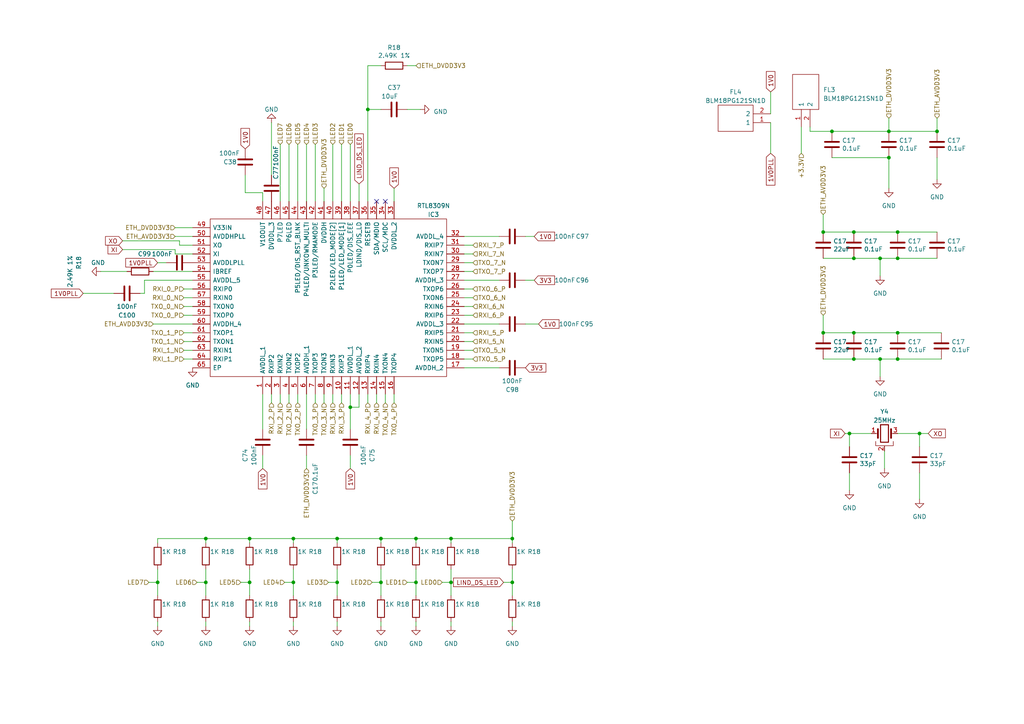
<source format=kicad_sch>
(kicad_sch (version 20230819) (generator eeschema)
  (paper "A4")
  (lib_symbols
    (symbol "BLM18PG121SN1D:BLM18PG121SN1D" (pin_names (offset 0.762))
      (property "Reference" "FL" (at 16.51 7.62 0))
      (property "Value" "BLM18PG121SN1D" (at 16.51 5.08 0))
      (symbol "BLM18PG121SN1D_0_0"
        (pin passive line (at 0 0 0) (length 5.08) (name "1") (number "1"))
        (pin passive line (at 0 -2.54 0) (length 5.08) (name "2") (number "2"))
      )
      (symbol "BLM18PG121SN1D_0_1"
        (polyline (pts (xy 5.08 2.54) (xy 15.24 2.54) (xy 15.24 -5.08) (xy 5.08 -5.08) (xy 5.08 2.54)) (stroke (width 0.1524)))
      )
    )
    (symbol "Device:C" (pin_numbers hide) (pin_names (offset 0.254))
      (property "Reference" "C" (at 0.635 2.54 0))
      (property "Value" "C" (at 0.635 -2.54 0))
      (symbol "C_0_1"
        (polyline (pts (xy -2.032 -0.762) (xy 2.032 -0.762)) (stroke (width 0.508)))
        (polyline (pts (xy -2.032 0.762) (xy 2.032 0.762)) (stroke (width 0.508)))
      )
      (symbol "C_1_1"
        (pin passive line (at 0 3.81 270) (length 2.794) (name "~") (number "1"))
        (pin passive line (at 0 -3.81 90) (length 2.794) (name "~") (number "2"))
      )
    )
    (symbol "Device:Crystal_GND2" (pin_names (offset 1.016) hide)
      (property "Reference" "Y" (at 0 5.715 0))
      (property "Value" "Crystal_GND2" (at 0 3.81 0))
      (symbol "Crystal_GND2_0_1"
        (rectangle (start -1.143 2.54) (end 1.143 -2.54) (stroke (width 0.3048)))
        (polyline (pts (xy -2.54 0) (xy -1.905 0)))
        (polyline (pts (xy -1.905 -1.27) (xy -1.905 1.27)) (stroke (width 0.508)))
        (polyline (pts (xy 0 -3.81) (xy 0 -3.556)))
        (polyline (pts (xy 1.905 0) (xy 2.54 0)))
        (polyline (pts (xy 1.905 1.27) (xy 1.905 -1.27)) (stroke (width 0.508)))
        (polyline (pts (xy -2.54 -2.286) (xy -2.54 -3.556) (xy 2.54 -3.556) (xy 2.54 -2.286)))
      )
      (symbol "Crystal_GND2_1_1"
        (pin passive line (at -3.81 0 0) (length 1.27) (name "1") (number "1"))
        (pin passive line (at 0 -5.08 90) (length 1.27) (name "2") (number "2"))
        (pin passive line (at 3.81 0 180) (length 1.27) (name "3") (number "3"))
      )
    )
    (symbol "Device:R" (pin_numbers hide) (pin_names (offset 0))
      (property "Reference" "R" (at 2.032 0 90))
      (property "Value" "R" (at 0 0 90))
      (symbol "R_0_1"
        (rectangle (start -1.016 -2.54) (end 1.016 2.54) (stroke (width 0.254)))
      )
      (symbol "R_1_1"
        (pin passive line (at 0 3.81 270) (length 1.27) (name "~") (number "1"))
        (pin passive line (at 0 -3.81 90) (length 1.27) (name "~") (number "2"))
      )
    )
    (symbol "RTL8309N:RTL8309N" (pin_names (offset 0.762))
      (property "Reference" "IC" (at 52.07 20.32 0))
      (property "Value" "RTL8309N" (at 52.07 17.78 0))
      (symbol "RTL8309N_0_0"
        (pin passive line (at 0 0 0) (length 5.08) (name "AVDDL_1") (number "1"))
        (pin passive line (at 0 -22.86 0) (length 5.08) (name "RXIP3") (number "10"))
        (pin passive line (at 0 -25.4 0) (length 5.08) (name "DVDDL_1") (number "11"))
        (pin passive line (at 0 -27.94 0) (length 5.08) (name "AVDDL_2") (number "12"))
        (pin passive line (at 0 -30.48 0) (length 5.08) (name "RXIP4") (number "13"))
        (pin passive line (at 0 -33.02 0) (length 5.08) (name "RXIN4") (number "14"))
        (pin passive line (at 0 -35.56 0) (length 5.08) (name "TXON4") (number "15"))
        (pin passive line (at 0 -38.1 0) (length 5.08) (name "TXOP4") (number "16"))
        (pin passive line (at 7.62 -58.42 90) (length 5.08) (name "AVDDH_2") (number "17"))
        (pin passive line (at 10.16 -58.42 90) (length 5.08) (name "TXOP5") (number "18"))
        (pin passive line (at 12.7 -58.42 90) (length 5.08) (name "TXON5") (number "19"))
        (pin passive line (at 0 -2.54 0) (length 5.08) (name "RXIP2") (number "2"))
        (pin passive line (at 15.24 -58.42 90) (length 5.08) (name "RXIN5") (number "20"))
        (pin passive line (at 17.78 -58.42 90) (length 5.08) (name "RXIP5") (number "21"))
        (pin passive line (at 20.32 -58.42 90) (length 5.08) (name "AVDDL_3") (number "22"))
        (pin passive line (at 22.86 -58.42 90) (length 5.08) (name "RXIP6") (number "23"))
        (pin passive line (at 25.4 -58.42 90) (length 5.08) (name "RXIN6") (number "24"))
        (pin passive line (at 27.94 -58.42 90) (length 5.08) (name "TXON6") (number "25"))
        (pin passive line (at 30.48 -58.42 90) (length 5.08) (name "TXOP6") (number "26"))
        (pin passive line (at 33.02 -58.42 90) (length 5.08) (name "AVDDH_3") (number "27"))
        (pin passive line (at 35.56 -58.42 90) (length 5.08) (name "TXOP7") (number "28"))
        (pin passive line (at 38.1 -58.42 90) (length 5.08) (name "TXON7") (number "29"))
        (pin passive line (at 0 -5.08 0) (length 5.08) (name "RXIN2") (number "3"))
        (pin passive line (at 40.64 -58.42 90) (length 5.08) (name "RXIN7") (number "30"))
        (pin passive line (at 43.18 -58.42 90) (length 5.08) (name "RXIP7") (number "31"))
        (pin passive line (at 45.72 -58.42 90) (length 5.08) (name "AVDDL_4") (number "32"))
        (pin passive line (at 55.88 -38.1 180) (length 5.08) (name "DVDDL_2") (number "33"))
        (pin passive line (at 55.88 -35.56 180) (length 5.08) (name "SCL/MDC") (number "34"))
        (pin passive line (at 55.88 -33.02 180) (length 5.08) (name "SDA/MDIO") (number "35"))
        (pin passive line (at 55.88 -30.48 180) (length 5.08) (name "RESETB") (number "36"))
        (pin passive line (at 55.88 -27.94 180) (length 5.08) (name "LDIND/DIS_LD") (number "37"))
        (pin passive line (at 55.88 -25.4 180) (length 5.08) (name "P0LED/DIS_EEE") (number "38"))
        (pin passive line (at 55.88 -22.86 180) (length 5.08) (name "P1LED/LED_MODE[1]") (number "39"))
        (pin passive line (at 0 -7.62 0) (length 5.08) (name "TXON2") (number "4"))
        (pin passive line (at 55.88 -20.32 180) (length 5.08) (name "P2LED/LED_MODE[2]") (number "40"))
        (pin passive line (at 55.88 -17.78 180) (length 5.08) (name "DVDDH") (number "41"))
        (pin passive line (at 55.88 -15.24 180) (length 5.08) (name "P3LED/RMAMODE") (number "42"))
        (pin passive line (at 55.88 -12.7 180) (length 5.08) (name "P4LED/UNKOWN_MULTI") (number "43"))
        (pin passive line (at 55.88 -10.16 180) (length 5.08) (name "P5LED/DIS_RST_BLNK") (number "44"))
        (pin passive line (at 55.88 -7.62 180) (length 5.08) (name "P6LED") (number "45"))
        (pin passive line (at 55.88 -5.08 180) (length 5.08) (name "P7LED") (number "46"))
        (pin passive line (at 55.88 -2.54 180) (length 5.08) (name "DVDDL_3") (number "47"))
        (pin passive line (at 55.88 0 180) (length 5.08) (name "V10OUT") (number "48"))
        (pin passive line (at 48.26 20.32 270) (length 5.08) (name "V33IN") (number "49"))
        (pin passive line (at 0 -10.16 0) (length 5.08) (name "TXOP2") (number "5"))
        (pin passive line (at 45.72 20.32 270) (length 5.08) (name "AVDDHPLL") (number "50"))
        (pin passive line (at 43.18 20.32 270) (length 5.08) (name "XO") (number "51"))
        (pin passive line (at 40.64 20.32 270) (length 5.08) (name "XI") (number "52"))
        (pin passive line (at 38.1 20.32 270) (length 5.08) (name "AVDDLPLL") (number "53"))
        (pin passive line (at 35.56 20.32 270) (length 5.08) (name "IBREF") (number "54"))
        (pin passive line (at 33.02 20.32 270) (length 5.08) (name "AVDDL_5") (number "55"))
        (pin passive line (at 30.48 20.32 270) (length 5.08) (name "RXIP0") (number "56"))
        (pin passive line (at 27.94 20.32 270) (length 5.08) (name "RXIN0") (number "57"))
        (pin passive line (at 25.4 20.32 270) (length 5.08) (name "TXON0") (number "58"))
        (pin passive line (at 22.86 20.32 270) (length 5.08) (name "TXOP0") (number "59"))
        (pin passive line (at 0 -12.7 0) (length 5.08) (name "AVDDH_1") (number "6"))
        (pin passive line (at 20.32 20.32 270) (length 5.08) (name "AVDDH_4") (number "60"))
        (pin passive line (at 17.78 20.32 270) (length 5.08) (name "TXOP1") (number "61"))
        (pin passive line (at 15.24 20.32 270) (length 5.08) (name "TXON1") (number "62"))
        (pin passive line (at 12.7 20.32 270) (length 5.08) (name "RXIN1") (number "63"))
        (pin passive line (at 10.16 20.32 270) (length 5.08) (name "RXIP1") (number "64"))
        (pin passive line (at 7.62 20.32 270) (length 5.08) (name "EP") (number "65"))
        (pin passive line (at 0 -15.24 0) (length 5.08) (name "TXOP3") (number "7"))
        (pin passive line (at 0 -17.78 0) (length 5.08) (name "TXON3") (number "8"))
        (pin passive line (at 0 -20.32 0) (length 5.08) (name "RXIN3") (number "9"))
      )
      (symbol "RTL8309N_0_1"
        (polyline (pts (xy 5.08 15.24) (xy 50.8 15.24) (xy 50.8 -53.34) (xy 5.08 -53.34) (xy 5.08 15.24)) (stroke (width 0.1524)))
      )
    )
    (symbol "power:GND" (power) (pin_names (offset 0))
      (property "Value" "GND" (at 0 -3.81 0))
      (symbol "GND_0_1"
        (polyline (pts (xy 0 0) (xy 0 -1.27) (xy 1.27 -1.27) (xy 0 -2.54) (xy -1.27 -1.27) (xy 0 -1.27)))
      )
      (symbol "GND_1_1"
        (pin power_in line (at 0 0 270) (length 0) hide (name "GND") (number "1"))
      )
    )
  )
  (junction (at 257.81 45.72))
  (junction (at 241.3 38.1))
  (junction (at 120.65 156.21))
  (junction (at 130.81 156.21))
  (junction (at 238.76 67.31))
  (junction (at 120.65 168.91))
  (junction (at 260.35 96.52))
  (junction (at 97.79 168.91))
  (junction (at 255.27 74.93))
  (junction (at 260.35 67.31))
  (junction (at 238.76 96.52))
  (junction (at 257.81 38.1))
  (junction (at 59.69 168.91))
  (junction (at 59.69 156.21))
  (junction (at 148.59 156.21))
  (junction (at 72.39 168.91))
  (junction (at 148.59 168.91))
  (junction (at 101.6 118.11))
  (junction (at 85.09 156.21))
  (junction (at 260.35 74.93))
  (junction (at 246.38 125.73))
  (junction (at 45.72 168.91))
  (junction (at 247.65 104.14))
  (junction (at 85.09 168.91))
  (junction (at 247.65 96.52))
  (junction (at 106.68 31.75))
  (junction (at 110.49 168.91))
  (junction (at 266.7 125.73))
  (junction (at 247.65 67.31))
  (junction (at 247.65 74.93))
  (junction (at 110.49 156.21))
  (junction (at 260.35 104.14))
  (junction (at 255.27 104.14))
  (junction (at 97.79 156.21))
  (junction (at 72.39 156.21))
  (junction (at 271.78 38.1))
  (junction (at 130.81 168.91))
  (no_connect (at 111.76 58.42))
  (no_connect (at 109.22 58.42))
  (wire (pts (xy 118.11 19.05) (xy 120.65 19.05)))
  (wire (pts (xy 85.09 156.21) (xy 97.79 156.21)))
  (wire (pts (xy 53.34 86.36) (xy 55.88 86.36)))
  (wire (pts (xy 148.59 156.21) (xy 148.59 157.48)))
  (wire (pts (xy 247.65 96.52) (xy 260.35 96.52)))
  (wire (pts (xy 137.16 88.9) (xy 134.62 88.9)))
  (wire (pts (xy 86.36 116.84) (xy 86.36 114.3)))
  (wire (pts (xy 255.27 104.14) (xy 260.35 104.14)))
  (wire (pts (xy 109.22 116.84) (xy 109.22 114.3)))
  (wire (pts (xy 50.8 68.58) (xy 55.88 68.58)))
  (wire (pts (xy 101.6 118.11) (xy 101.6 114.3)))
  (wire (pts (xy 241.3 38.1) (xy 257.81 38.1)))
  (wire (pts (xy 110.49 19.05) (xy 106.68 19.05)))
  (wire (pts (xy 118.11 168.91) (xy 120.65 168.91)))
  (wire (pts (xy 154.94 81.28) (xy 152.4 81.28)))
  (wire (pts (xy 59.69 156.21) (xy 72.39 156.21)))
  (wire (pts (xy 97.79 165.1) (xy 97.79 168.91)))
  (wire (pts (xy 260.35 125.73) (xy 266.7 125.73)))
  (wire (pts (xy 59.69 168.91) (xy 59.69 172.72)))
  (wire (pts (xy 86.36 41.91) (xy 86.36 58.42)))
  (wire (pts (xy 110.49 165.1) (xy 110.49 168.91)))
  (wire (pts (xy 41.91 81.28) (xy 55.88 81.28)))
  (wire (pts (xy 99.06 41.91) (xy 99.06 58.42)))
  (wire (pts (xy 234.95 38.1) (xy 241.3 38.1)))
  (wire (pts (xy 81.28 116.84) (xy 81.28 114.3)))
  (wire (pts (xy 255.27 109.22) (xy 255.27 104.14)))
  (wire (pts (xy 148.59 151.13) (xy 148.59 156.21)))
  (wire (pts (xy 148.59 168.91) (xy 148.59 172.72)))
  (wire (pts (xy 104.14 114.3) (xy 104.14 118.11)))
  (wire (pts (xy 91.44 116.84) (xy 91.44 114.3)))
  (wire (pts (xy 255.27 74.93) (xy 260.35 74.93)))
  (wire (pts (xy 107.95 168.91) (xy 110.49 168.91)))
  (wire (pts (xy 110.49 180.34) (xy 110.49 181.61)))
  (wire (pts (xy 43.18 168.91) (xy 45.72 168.91)))
  (wire (pts (xy 88.9 41.91) (xy 88.9 58.42)))
  (wire (pts (xy 101.6 41.91) (xy 101.6 58.42)))
  (wire (pts (xy 154.94 68.58) (xy 152.4 68.58)))
  (wire (pts (xy 52.07 71.12) (xy 55.88 71.12)))
  (wire (pts (xy 85.09 168.91) (xy 85.09 172.72)))
  (wire (pts (xy 99.06 116.84) (xy 99.06 114.3)))
  (wire (pts (xy 45.72 156.21) (xy 45.72 157.48)))
  (wire (pts (xy 252.73 125.73) (xy 246.38 125.73)))
  (wire (pts (xy 91.44 41.91) (xy 91.44 58.42)))
  (wire (pts (xy 104.14 53.34) (xy 104.14 58.42)))
  (wire (pts (xy 234.95 36.83) (xy 234.95 38.1)))
  (wire (pts (xy 232.41 36.83) (xy 232.41 44.45)))
  (wire (pts (xy 110.49 156.21) (xy 110.49 157.48)))
  (wire (pts (xy 245.11 125.73) (xy 246.38 125.73)))
  (wire (pts (xy 101.6 124.46) (xy 101.6 118.11)))
  (wire (pts (xy 130.81 156.21) (xy 148.59 156.21)))
  (wire (pts (xy 266.7 125.73) (xy 266.7 129.54)))
  (wire (pts (xy 104.14 118.11) (xy 101.6 118.11)))
  (wire (pts (xy 130.81 180.34) (xy 130.81 181.61)))
  (wire (pts (xy 29.21 78.74) (xy 36.83 78.74)))
  (wire (pts (xy 45.72 180.34) (xy 45.72 181.61)))
  (wire (pts (xy 97.79 156.21) (xy 110.49 156.21)))
  (wire (pts (xy 71.12 50.8) (xy 71.12 55.88)))
  (wire (pts (xy 260.35 74.93) (xy 271.78 74.93)))
  (wire (pts (xy 238.76 74.93) (xy 247.65 74.93)))
  (wire (pts (xy 130.81 168.91) (xy 130.81 172.72)))
  (wire (pts (xy 137.16 73.66) (xy 134.62 73.66)))
  (wire (pts (xy 137.16 83.82) (xy 134.62 83.82)))
  (wire (pts (xy 50.8 66.04) (xy 55.88 66.04)))
  (wire (pts (xy 76.2 124.46) (xy 76.2 114.3)))
  (wire (pts (xy 72.39 180.34) (xy 72.39 181.61)))
  (wire (pts (xy 53.34 83.82) (xy 55.88 83.82)))
  (wire (pts (xy 271.78 34.29) (xy 271.78 38.1)))
  (wire (pts (xy 120.65 165.1) (xy 120.65 168.91)))
  (wire (pts (xy 111.76 116.84) (xy 111.76 114.3)))
  (wire (pts (xy 266.7 125.73) (xy 269.24 125.73)))
  (wire (pts (xy 137.16 71.12) (xy 134.62 71.12)))
  (wire (pts (xy 53.34 104.14) (xy 55.88 104.14)))
  (wire (pts (xy 41.91 85.09) (xy 41.91 81.28)))
  (wire (pts (xy 247.65 104.14) (xy 255.27 104.14)))
  (wire (pts (xy 148.59 165.1) (xy 148.59 168.91)))
  (wire (pts (xy 223.52 26.67) (xy 223.52 33.02)))
  (wire (pts (xy 44.45 78.74) (xy 55.88 78.74)))
  (wire (pts (xy 246.38 125.73) (xy 246.38 129.54)))
  (wire (pts (xy 53.34 88.9) (xy 55.88 88.9)))
  (wire (pts (xy 45.72 165.1) (xy 45.72 168.91)))
  (wire (pts (xy 130.81 165.1) (xy 130.81 168.91)))
  (wire (pts (xy 72.39 165.1) (xy 72.39 168.91)))
  (wire (pts (xy 71.12 55.88) (xy 76.2 55.88)))
  (wire (pts (xy 35.56 72.39) (xy 50.8 72.39)))
  (wire (pts (xy 246.38 142.24) (xy 246.38 137.16)))
  (wire (pts (xy 78.74 116.84) (xy 78.74 114.3)))
  (wire (pts (xy 137.16 76.2) (xy 134.62 76.2)))
  (wire (pts (xy 45.72 76.2) (xy 48.26 76.2)))
  (wire (pts (xy 45.72 156.21) (xy 59.69 156.21)))
  (wire (pts (xy 53.34 99.06) (xy 55.88 99.06)))
  (wire (pts (xy 44.45 93.98) (xy 55.88 93.98)))
  (wire (pts (xy 238.76 104.14) (xy 247.65 104.14)))
  (wire (pts (xy 255.27 80.01) (xy 255.27 74.93)))
  (wire (pts (xy 88.9 124.46) (xy 88.9 114.3)))
  (wire (pts (xy 137.16 91.44) (xy 134.62 91.44)))
  (wire (pts (xy 53.34 91.44) (xy 55.88 91.44)))
  (wire (pts (xy 59.69 180.34) (xy 59.69 181.61)))
  (wire (pts (xy 121.92 31.75) (xy 118.11 31.75)))
  (wire (pts (xy 96.52 41.91) (xy 96.52 58.42)))
  (wire (pts (xy 93.98 54.61) (xy 93.98 58.42)))
  (wire (pts (xy 148.59 180.34) (xy 148.59 181.61)))
  (wire (pts (xy 76.2 135.89) (xy 76.2 132.08)))
  (wire (pts (xy 85.09 180.34) (xy 85.09 181.61)))
  (wire (pts (xy 114.3 54.61) (xy 114.3 58.42)))
  (wire (pts (xy 120.65 168.91) (xy 120.65 172.72)))
  (wire (pts (xy 83.82 116.84) (xy 83.82 114.3)))
  (wire (pts (xy 257.81 54.61) (xy 257.81 45.72)))
  (wire (pts (xy 82.55 168.91) (xy 85.09 168.91)))
  (wire (pts (xy 247.65 67.31) (xy 260.35 67.31)))
  (wire (pts (xy 146.05 168.91) (xy 148.59 168.91)))
  (wire (pts (xy 81.28 41.91) (xy 81.28 58.42)))
  (wire (pts (xy 95.25 168.91) (xy 97.79 168.91)))
  (wire (pts (xy 106.68 116.84) (xy 106.68 114.3)))
  (wire (pts (xy 106.68 19.05) (xy 106.68 31.75)))
  (wire (pts (xy 137.16 86.36) (xy 134.62 86.36)))
  (wire (pts (xy 120.65 156.21) (xy 120.65 157.48)))
  (wire (pts (xy 101.6 135.89) (xy 101.6 132.08)))
  (wire (pts (xy 88.9 135.89) (xy 88.9 132.08)))
  (wire (pts (xy 50.8 73.66) (xy 55.88 73.66)))
  (wire (pts (xy 137.16 96.52) (xy 134.62 96.52)))
  (wire (pts (xy 223.52 35.56) (xy 223.52 44.45)))
  (wire (pts (xy 83.82 41.91) (xy 83.82 58.42)))
  (wire (pts (xy 85.09 165.1) (xy 85.09 168.91)))
  (wire (pts (xy 72.39 156.21) (xy 85.09 156.21)))
  (wire (pts (xy 59.69 156.21) (xy 59.69 157.48)))
  (wire (pts (xy 78.74 35.56) (xy 78.74 50.8)))
  (wire (pts (xy 137.16 101.6) (xy 134.62 101.6)))
  (wire (pts (xy 114.3 116.84) (xy 114.3 114.3)))
  (wire (pts (xy 144.78 81.28) (xy 134.62 81.28)))
  (wire (pts (xy 110.49 156.21) (xy 120.65 156.21)))
  (wire (pts (xy 97.79 156.21) (xy 97.79 157.48)))
  (wire (pts (xy 137.16 99.06) (xy 134.62 99.06)))
  (wire (pts (xy 156.21 93.98) (xy 152.4 93.98)))
  (wire (pts (xy 144.78 93.98) (xy 134.62 93.98)))
  (wire (pts (xy 57.15 168.91) (xy 59.69 168.91)))
  (wire (pts (xy 59.69 165.1) (xy 59.69 168.91)))
  (wire (pts (xy 76.2 55.88) (xy 76.2 58.42)))
  (wire (pts (xy 260.35 96.52) (xy 273.05 96.52)))
  (wire (pts (xy 96.52 116.84) (xy 96.52 114.3)))
  (wire (pts (xy 110.49 168.91) (xy 110.49 172.72)))
  (wire (pts (xy 241.3 45.72) (xy 257.81 45.72)))
  (wire (pts (xy 35.56 69.85) (xy 52.07 69.85)))
  (wire (pts (xy 69.85 168.91) (xy 72.39 168.91)))
  (wire (pts (xy 247.65 74.93) (xy 255.27 74.93)))
  (wire (pts (xy 120.65 156.21) (xy 130.81 156.21)))
  (wire (pts (xy 130.81 156.21) (xy 130.81 157.48)))
  (wire (pts (xy 97.79 168.91) (xy 97.79 172.72)))
  (wire (pts (xy 137.16 104.14) (xy 134.62 104.14)))
  (wire (pts (xy 50.8 72.39) (xy 50.8 73.66)))
  (wire (pts (xy 40.64 85.09) (xy 41.91 85.09)))
  (wire (pts (xy 238.76 67.31) (xy 247.65 67.31)))
  (wire (pts (xy 53.34 96.52) (xy 55.88 96.52)))
  (wire (pts (xy 106.68 31.75) (xy 106.68 58.42)))
  (wire (pts (xy 260.35 104.14) (xy 273.05 104.14)))
  (wire (pts (xy 97.79 180.34) (xy 97.79 181.61)))
  (wire (pts (xy 137.16 78.74) (xy 134.62 78.74)))
  (wire (pts (xy 238.76 62.23) (xy 238.76 67.31)))
  (wire (pts (xy 238.76 96.52) (xy 247.65 96.52)))
  (wire (pts (xy 257.81 34.29) (xy 257.81 38.1)))
  (wire (pts (xy 24.13 85.09) (xy 33.02 85.09)))
  (wire (pts (xy 271.78 38.1) (xy 257.81 38.1)))
  (wire (pts (xy 260.35 67.31) (xy 271.78 67.31)))
  (wire (pts (xy 256.54 135.89) (xy 256.54 130.81)))
  (wire (pts (xy 52.07 69.85) (xy 52.07 71.12)))
  (wire (pts (xy 120.65 180.34) (xy 120.65 181.61)))
  (wire (pts (xy 85.09 156.21) (xy 85.09 157.48)))
  (wire (pts (xy 271.78 52.07) (xy 271.78 45.72)))
  (wire (pts (xy 238.76 91.44) (xy 238.76 96.52)))
  (wire (pts (xy 266.7 144.78) (xy 266.7 137.16)))
  (wire (pts (xy 144.78 106.68) (xy 134.62 106.68)))
  (wire (pts (xy 110.49 31.75) (xy 106.68 31.75)))
  (wire (pts (xy 144.78 68.58) (xy 134.62 68.58)))
  (wire (pts (xy 45.72 168.91) (xy 45.72 172.72)))
  (wire (pts (xy 72.39 168.91) (xy 72.39 172.72)))
  (wire (pts (xy 53.34 101.6) (xy 55.88 101.6)))
  (wire (pts (xy 72.39 156.21) (xy 72.39 157.48)))
  (wire (pts (xy 128.27 168.91) (xy 130.81 168.91)))
  (wire (pts (xy 93.98 116.84) (xy 93.98 114.3)))
  (global_label "XO" (shape input) (at 35.56 69.85 180) (property "Intersheetrefs" "${INTERSHEET_REFS}" (effects hide)))
  (global_label "1V0" (shape input) (at 114.3 54.61 90) (property "Intersheetrefs" "${INTERSHEET_REFS}" (effects hide)))
  (global_label "1V0" (shape input) (at 223.52 26.67 90) (property "Intersheetrefs" "${INTERSHEET_REFS}" (effects hide)))
  (global_label "1V0" (shape input) (at 71.12 43.18 90) (property "Intersheetrefs" "${INTERSHEET_REFS}" (effects hide)))
  (global_label "XO" (shape input) (at 269.24 125.73 0) (property "Intersheetrefs" "${INTERSHEET_REFS}" (effects hide)))
  (global_label "3V3" (shape input) (at 152.4 106.68 0) (property "Intersheetrefs" "${INTERSHEET_REFS}" (effects hide)))
  (global_label "LIND_DS_LED" (shape input) (at 104.14 53.34 90) (property "Intersheetrefs" "${INTERSHEET_REFS}" (effects hide)))
  (global_label "1V0PLL" (shape input) (at 223.52 44.45 270) (property "Intersheetrefs" "${INTERSHEET_REFS}" (effects hide)))
  (global_label "1V0PLL" (shape input) (at 45.72 76.2 180) (property "Intersheetrefs" "${INTERSHEET_REFS}" (effects hide)))
  (global_label "LIND_DS_LED" (shape input) (at 146.05 168.91 180) (property "Intersheetrefs" "${INTERSHEET_REFS}" (effects hide)))
  (global_label "XI" (shape input) (at 35.56 72.39 180) (property "Intersheetrefs" "${INTERSHEET_REFS}" (effects hide)))
  (global_label "1V0" (shape input) (at 76.2 135.89 270) (property "Intersheetrefs" "${INTERSHEET_REFS}" (effects hide)))
  (global_label "XI" (shape input) (at 245.11 125.73 180) (property "Intersheetrefs" "${INTERSHEET_REFS}" (effects hide)))
  (global_label "1V0PLL" (shape input) (at 24.13 85.09 180) (property "Intersheetrefs" "${INTERSHEET_REFS}" (effects hide)))
  (global_label "1V0" (shape input) (at 156.21 93.98 0) (property "Intersheetrefs" "${INTERSHEET_REFS}" (effects hide)))
  (global_label "1V0" (shape input) (at 154.94 68.58 0) (property "Intersheetrefs" "${INTERSHEET_REFS}" (effects hide)))
  (global_label "1V0" (shape input) (at 101.6 135.89 270) (property "Intersheetrefs" "${INTERSHEET_REFS}" (effects hide)))
  (global_label "3V3" (shape input) (at 154.94 81.28 0) (property "Intersheetrefs" "${INTERSHEET_REFS}" (effects hide)))
  (hierarchical_label "RXI_2_P" (shape input) (at 78.74 116.84 270) (property "Intersheetrefs" "${INTERSHEET_REFS}" (effects hide)))
  (hierarchical_label "LED5" (shape input) (at 86.36 41.91 90))
  (hierarchical_label "TXO_2_N" (shape input) (at 83.82 116.84 270) (property "Intersheetrefs" "${INTERSHEET_REFS}" (effects hide)))
  (hierarchical_label "LED0" (shape input) (at 128.27 168.91 180))
  (hierarchical_label "RXI_6_P" (shape input) (at 137.16 91.44 0) (property "Intersheetrefs" "${INTERSHEET_REFS}" (effects hide)))
  (hierarchical_label "RXI_2_N" (shape input) (at 81.28 116.84 270) (property "Intersheetrefs" "${INTERSHEET_REFS}" (effects hide)))
  (hierarchical_label "LED0" (shape input) (at 101.6 41.91 90))
  (hierarchical_label "RXI_0_N" (shape input) (at 53.34 86.36 180) (property "Intersheetrefs" "${INTERSHEET_REFS}" (effects hide)))
  (hierarchical_label "RXI_0_P" (shape input) (at 53.34 83.82 180) (property "Intersheetrefs" "${INTERSHEET_REFS}" (effects hide)))
  (hierarchical_label "TXO_0_N" (shape input) (at 53.34 88.9 180) (property "Intersheetrefs" "${INTERSHEET_REFS}" (effects hide)))
  (hierarchical_label "ETH_DVDD3V3" (shape input) (at 148.59 151.13 90))
  (hierarchical_label "RXI_4_N" (shape input) (at 109.22 116.84 270) (property "Intersheetrefs" "${INTERSHEET_REFS}" (effects hide)))
  (hierarchical_label "ETH_AVDD3V3" (shape input) (at 50.8 68.58 180))
  (hierarchical_label "LED7" (shape input) (at 81.28 41.91 90))
  (hierarchical_label "ETH_DVDD3V3" (shape input) (at 93.98 54.61 90))
  (hierarchical_label "LED5" (shape input) (at 69.85 168.91 180))
  (hierarchical_label "ETH_AVDD3V3" (shape input) (at 44.45 93.98 180))
  (hierarchical_label "RXI_4_P" (shape input) (at 106.68 116.84 270) (property "Intersheetrefs" "${INTERSHEET_REFS}" (effects hide)))
  (hierarchical_label "RXI_3_P" (shape input) (at 99.06 116.84 270) (property "Intersheetrefs" "${INTERSHEET_REFS}" (effects hide)))
  (hierarchical_label "TXO_3_N" (shape input) (at 93.98 116.84 270) (property "Intersheetrefs" "${INTERSHEET_REFS}" (effects hide)))
  (hierarchical_label "LED2" (shape input) (at 96.52 41.91 90))
  (hierarchical_label "TXO_0_P" (shape input) (at 53.34 91.44 180) (property "Intersheetrefs" "${INTERSHEET_REFS}" (effects hide)))
  (hierarchical_label "TXO_4_P" (shape input) (at 114.3 116.84 270) (property "Intersheetrefs" "${INTERSHEET_REFS}" (effects hide)))
  (hierarchical_label "ETH_AVDD3V3" (shape input) (at 238.76 62.23 90))
  (hierarchical_label "TXO_3_P" (shape input) (at 91.44 116.84 270) (property "Intersheetrefs" "${INTERSHEET_REFS}" (effects hide)))
  (hierarchical_label "LED1" (shape input) (at 99.06 41.91 90))
  (hierarchical_label "ETH_DVDD3V3" (shape input) (at 120.65 19.05 0))
  (hierarchical_label "LED7" (shape input) (at 43.18 168.91 180))
  (hierarchical_label "TXO_1_N" (shape input) (at 53.34 99.06 180) (property "Intersheetrefs" "${INTERSHEET_REFS}" (effects hide)))
  (hierarchical_label "TXO_7_P" (shape input) (at 137.16 78.74 0) (property "Intersheetrefs" "${INTERSHEET_REFS}" (effects hide)))
  (hierarchical_label "LED4" (shape input) (at 82.55 168.91 180))
  (hierarchical_label "LED3" (shape input) (at 91.44 41.91 90))
  (hierarchical_label "RXI_5_P" (shape input) (at 137.16 96.52 0) (property "Intersheetrefs" "${INTERSHEET_REFS}" (effects hide)))
  (hierarchical_label "TXO_6_P" (shape input) (at 137.16 83.82 0) (property "Intersheetrefs" "${INTERSHEET_REFS}" (effects hide)))
  (hierarchical_label "+3.3V" (shape input) (at 232.41 44.45 270))
  (hierarchical_label "TXO_5_P" (shape input) (at 137.16 104.14 0) (property "Intersheetrefs" "${INTERSHEET_REFS}" (effects hide)))
  (hierarchical_label "ETH_DVDD3V3" (shape input) (at 257.81 34.29 90))
  (hierarchical_label "RXI_1_P" (shape input) (at 53.34 104.14 180) (property "Intersheetrefs" "${INTERSHEET_REFS}" (effects hide)))
  (hierarchical_label "RXI_6_N" (shape input) (at 137.16 88.9 0) (property "Intersheetrefs" "${INTERSHEET_REFS}" (effects hide)))
  (hierarchical_label "LED6" (shape input) (at 83.82 41.91 90))
  (hierarchical_label "TXO_6_N" (shape input) (at 137.16 86.36 0) (property "Intersheetrefs" "${INTERSHEET_REFS}" (effects hide)))
  (hierarchical_label "TXO_2_P" (shape input) (at 86.36 116.84 270) (property "Intersheetrefs" "${INTERSHEET_REFS}" (effects hide)))
  (hierarchical_label "RXI_7_N" (shape input) (at 137.16 73.66 0) (property "Intersheetrefs" "${INTERSHEET_REFS}" (effects hide)))
  (hierarchical_label "RXI_5_N" (shape input) (at 137.16 99.06 0) (property "Intersheetrefs" "${INTERSHEET_REFS}" (effects hide)))
  (hierarchical_label "ETH_DVDD3V3" (shape input) (at 88.9 135.89 270))
  (hierarchical_label "RXI_7_P" (shape input) (at 137.16 71.12 0) (property "Intersheetrefs" "${INTERSHEET_REFS}" (effects hide)))
  (hierarchical_label "RXI_3_N" (shape input) (at 96.52 116.84 270) (property "Intersheetrefs" "${INTERSHEET_REFS}" (effects hide)))
  (hierarchical_label "ETH_AVDD3V3" (shape input) (at 271.78 34.29 90))
  (hierarchical_label "LED2" (shape input) (at 107.95 168.91 180))
  (hierarchical_label "TXO_1_P" (shape input) (at 53.34 96.52 180) (property "Intersheetrefs" "${INTERSHEET_REFS}" (effects hide)))
  (hierarchical_label "LED6" (shape input) (at 57.15 168.91 180))
  (hierarchical_label "LED4" (shape input) (at 88.9 41.91 90))
  (hierarchical_label "TXO_4_N" (shape input) (at 111.76 116.84 270) (property "Intersheetrefs" "${INTERSHEET_REFS}" (effects hide)))
  (hierarchical_label "TXO_5_N" (shape input) (at 137.16 101.6 0) (property "Intersheetrefs" "${INTERSHEET_REFS}" (effects hide)))
  (hierarchical_label "RXI_1_N" (shape input) (at 53.34 101.6 180) (property "Intersheetrefs" "${INTERSHEET_REFS}" (effects hide)))
  (hierarchical_label "LED3" (shape input) (at 95.25 168.91 180))
  (hierarchical_label "LED1" (shape input) (at 118.11 168.91 180))
  (hierarchical_label "ETH_DVDD3V3" (shape input) (at 50.8 66.04 180))
  (hierarchical_label "TXO_7_N" (shape input) (at 137.16 76.2 0) (property "Intersheetrefs" "${INTERSHEET_REFS}" (effects hide)))
  (hierarchical_label "ETH_DVDD3V3" (shape input) (at 238.76 91.44 90))
  (symbol (lib_id "Device:C") (at 266.7 133.35 0) (unit 1)
    (property "Reference" "C17" (at 269.621 132.1816 0) (effects (justify left)))
    (property "Value" "33pF" (at 269.621 134.493 0) (effects (justify left)))
    (property "Footprint" "Capacitor_SMD:C_0402_1005Metric" (effects hide))
    (instances (project "RP2040_minimal" (path "" (reference "C17") (unit 1)) (path "" (reference "C61") (unit 1))))
  )
  (symbol (lib_id "Device:C") (at 247.65 71.12 0) (unit 1)
    (property "Reference" "C17" (at 250.571 69.9516 0) (effects (justify left)))
    (property "Value" "0.1uF" (at 250.571 72.263 0) (effects (justify left)))
    (property "Footprint" "Capacitor_SMD:C_0402_1005Metric" (effects hide))
    (instances (project "RP2040_minimal" (path "" (reference "C17") (unit 1)) (path "" (reference "C64") (unit 1))))
  )
  (symbol (lib_id "power:GND") (at 78.74 35.56 180) (unit 1)
    (property "Reference" "#PWR010" (effects hide))
    (property "Value" "GND" (at 78.74 31.75 0))
  )
  (symbol (lib_id "Device:R") (at 72.39 161.29 180) (unit 1)
    (property "Reference" "R18" (at 78.74 160.02 0))
    (property "Value" "1K" (at 74.93 160.02 0))
    (property "Footprint" "Resistor_SMD:R_0603_1608Metric" (effects hide))
    (instances (project "RP2040_minimal" (path "" (reference "R18") (unit 1)) (path "" (reference "R88") (unit 1))))
  )
  (symbol (lib_id "Device:C") (at 148.59 93.98 90) (unit 1)
    (property "Reference" "C95" (at 170.18 93.98 90))
    (property "Value" "100nF" (at 165.1 93.98 90))
    (property "Footprint" "Capacitor_SMD:C_0603_1608Metric" (effects hide))
  )
  (symbol (lib_id "Device:C") (at 148.59 68.58 90) (unit 1)
    (property "Reference" "C97" (at 168.91 68.58 90))
    (property "Value" "100nF" (at 163.83 68.58 90))
    (property "Footprint" "Capacitor_SMD:C_0603_1608Metric" (effects hide))
  )
  (symbol (lib_id "Device:R") (at 97.79 176.53 180) (unit 1)
    (property "Reference" "R18" (at 104.14 175.26 0))
    (property "Value" "1K" (at 100.33 175.26 0))
    (property "Footprint" "Resistor_SMD:R_0603_1608Metric" (effects hide))
    (instances (project "RP2040_minimal" (path "" (reference "R18") (unit 1)) (path "" (reference "R85") (unit 1))))
  )
  (symbol (lib_id "Device:Crystal_GND2") (at 256.54 125.73 0) (unit 1)
    (property "Reference" "Y4" (at 256.54 119.38 0))
    (property "Value" "25MHz" (at 256.54 121.92 0))
    (property "Footprint" "Crystal:Crystal_SMD_3225-4Pin_3.2x2.5mm" (effects hide))
  )
  (symbol (lib_id "Device:R") (at 148.59 161.29 180) (unit 1)
    (property "Reference" "R18" (at 154.94 160.02 0))
    (property "Value" "1K" (at 151.13 160.02 0))
    (property "Footprint" "Resistor_SMD:R_0603_1608Metric" (effects hide))
    (instances (project "RP2040_minimal" (path "" (reference "R18") (unit 1)) (path "" (reference "R10") (unit 1))))
  )
  (symbol (lib_id "power:GND") (at 97.79 181.61 0) (unit 1)
    (property "Reference" "#PWR019" (effects hide))
    (property "Value" "GND" (at 97.79 186.69 0))
  )
  (symbol (lib_id "Device:R") (at 110.49 161.29 180) (unit 1)
    (property "Reference" "R18" (at 116.84 160.02 0))
    (property "Value" "1K" (at 113.03 160.02 0))
    (property "Footprint" "Resistor_SMD:R_0603_1608Metric" (effects hide))
    (instances (project "RP2040_minimal" (path "" (reference "R18") (unit 1)) (path "" (reference "R39") (unit 1))))
  )
  (symbol (lib_id "Device:C") (at 88.9 128.27 0) (unit 1)
    (property "Reference" "C17" (at 91.44 143.51 90) (effects (justify left)))
    (property "Value" "0.1uF" (at 91.44 139.7 90) (effects (justify left)))
    (property "Footprint" "Capacitor_SMD:C_0402_1005Metric" (effects hide))
    (instances (project "RP2040_minimal" (path "" (reference "C17") (unit 1)) (path "" (reference "C76") (unit 1))))
  )
  (symbol (lib_id "Device:R") (at 120.65 176.53 180) (unit 1)
    (property "Reference" "R18" (at 127 175.26 0))
    (property "Value" "1K" (at 123.19 175.26 0))
    (property "Footprint" "Resistor_SMD:R_0603_1608Metric" (effects hide))
    (instances (project "RP2040_minimal" (path "" (reference "R18") (unit 1)) (path "" (reference "R24") (unit 1))))
  )
  (symbol (lib_id "power:GND") (at 72.39 181.61 0) (unit 1)
    (property "Reference" "#PWR021" (effects hide))
    (property "Value" "GND" (at 72.39 186.69 0))
  )
  (symbol (lib_id "power:GND") (at 55.88 106.68 0) (unit 1)
    (property "Reference" "#PWR034" (effects hide))
    (property "Value" "GND" (at 55.88 111.76 0))
  )
  (symbol (lib_id "power:GND") (at 257.81 54.61 0) (unit 1)
    (property "Reference" "#PWR03" (effects hide))
    (property "Value" "GND" (at 257.81 59.69 0))
  )
  (symbol (lib_id "Device:C") (at 273.05 100.33 0) (unit 1)
    (property "Reference" "C17" (at 275.971 99.1616 0) (effects (justify left)))
    (property "Value" "0.1uF" (at 275.971 101.473 0) (effects (justify left)))
    (property "Footprint" "Capacitor_SMD:C_0402_1005Metric" (effects hide))
    (instances (project "RP2040_minimal" (path "" (reference "C17") (unit 1)) (path "" (reference "C73") (unit 1))))
  )
  (symbol (lib_id "Device:R") (at 130.81 176.53 180) (unit 1)
    (property "Reference" "R18" (at 137.16 175.26 0))
    (property "Value" "1K" (at 133.35 175.26 0))
    (property "Footprint" "Resistor_SMD:R_0603_1608Metric" (effects hide))
    (instances (project "RP2040_minimal" (path "" (reference "R18") (unit 1)) (path "" (reference "R38") (unit 1))))
  )
  (symbol (lib_id "Device:C") (at 271.78 41.91 0) (unit 1)
    (property "Reference" "C17" (at 274.701 40.7416 0) (effects (justify left)))
    (property "Value" "0.1uF" (at 274.701 43.053 0) (effects (justify left)))
    (property "Footprint" "Capacitor_SMD:C_0402_1005Metric" (effects hide))
    (instances (project "RP2040_minimal" (path "" (reference "C17") (unit 1)) (path "" (reference "C68") (unit 1))))
  )
  (symbol (lib_id "power:GND") (at 266.7 144.78 0) (unit 1)
    (property "Reference" "#PWR013" (effects hide))
    (property "Value" "GND" (at 266.7 149.86 0))
  )
  (symbol (lib_id "Device:R") (at 120.65 161.29 180) (unit 1)
    (property "Reference" "R18" (at 127 160.02 0))
    (property "Value" "1K" (at 123.19 160.02 0))
    (property "Footprint" "Resistor_SMD:R_0603_1608Metric" (effects hide))
    (instances (project "RP2040_minimal" (path "" (reference "R18") (unit 1)) (path "" (reference "R23") (unit 1))))
  )
  (symbol (lib_id "Device:R") (at 40.64 78.74 270) (unit 1)
    (property "Reference" "R18" (at 22.86 76.2 0))
    (property "Value" "2.49K 1%" (at 20.32 78.74 0))
    (property "Footprint" "Resistor_SMD:R_0603_1608Metric" (effects hide))
    (instances (project "RP2040_minimal" (path "" (reference "R18") (unit 1)) (path "" (reference "R6") (unit 1))))
  )
  (symbol (lib_id "Device:C") (at 257.81 41.91 0) (unit 1)
    (property "Reference" "C17" (at 260.731 40.7416 0) (effects (justify left)))
    (property "Value" "0.1uF" (at 260.731 43.053 0) (effects (justify left)))
    (property "Footprint" "Capacitor_SMD:C_0402_1005Metric" (effects hide))
    (instances (project "RP2040_minimal" (path "" (reference "C17") (unit 1)) (path "" (reference "C66") (unit 1))))
  )
  (symbol (lib_id "BLM18PG121SN1D:BLM18PG121SN1D") (at 223.52 35.56 180) (unit 1)
    (property "Reference" "FL4" (at 213.36 26.67 0))
    (property "Value" "BLM18PG121SN1D" (at 213.36 29.21 0))
    (property "Footprint" "BLM18PG121SN1D:BLM18AG102BH1D" (effects hide))
    (property "Datasheet" "https://www.murata.com/en-us/products/productdetail?partno=BLM18PG121SN1%23" (effects hide))
    (property "Description" "Ferrite bead SMD 0603 120R 2A Murata Ferrite Bead (Chip Ferrite Bead), 1.6 x 0.8 x 0.8mm (0603), 120 impedance at 100 MHz" (effects hide))
    (property "Height" "0.95" (effects hide))
    (property "Manufacturer_Name" "Murata Electronics" (effects hide))
    (property "Manufacturer_Part_Number" "BLM18PG121SN1D" (effects hide))
    (property "Mouser Part Number" "81-BLM18PG121SN1D" (effects hide))
    (property "Mouser Price/Stock" "https://www.mouser.co.uk/ProductDetail/Murata-Electronics/BLM18PG121SN1D?qs=tY8e8KZalarVxhnmnUYZ1A%3D%3D" (effects hide))
    (property "Arrow Part Number" "BLM18PG121SN1D" (effects hide))
    (property "Arrow Price/Stock" "https://www.arrow.com/en/products/blm18pg121sn1d/murata-manufacturing?region=nac" (effects hide))
  )
  (symbol (lib_id "Device:C") (at 260.35 71.12 0) (unit 1)
    (property "Reference" "C17" (at 263.271 69.9516 0) (effects (justify left)))
    (property "Value" "0.1uF" (at 263.271 72.263 0) (effects (justify left)))
    (property "Footprint" "Capacitor_SMD:C_0402_1005Metric" (effects hide))
    (instances (project "RP2040_minimal" (path "" (reference "C17") (unit 1)) (path "" (reference "C65") (unit 1))))
  )
  (symbol (lib_id "Device:C") (at 71.12 46.99 180) (unit 1)
    (property "Reference" "C38" (at 64.77 46.99 0) (effects (justify right)))
    (property "Value" "100nF" (at 63.5 44.45 0) (effects (justify right)))
    (property "Footprint" "Capacitor_SMD:C_0603_1608Metric" (effects hide))
  )
  (symbol (lib_id "Device:C") (at 148.59 81.28 90) (unit 1)
    (property "Reference" "C96" (at 168.91 81.28 90))
    (property "Value" "100nF" (at 163.83 81.28 90))
    (property "Footprint" "Capacitor_SMD:C_0603_1608Metric" (effects hide))
  )
  (symbol (lib_id "Device:C") (at 114.3 31.75 90) (unit 1)
    (property "Reference" "C37" (at 114.3 25.4 90))
    (property "Value" "10uF" (at 113.03 27.94 90))
    (property "Footprint" "Capacitor_SMD:C_0603_1608Metric" (effects hide))
  )
  (symbol (lib_id "Device:C") (at 78.74 54.61 180) (unit 1)
    (property "Reference" "C77" (at 80.01 52.07 90) (effects (justify right)))
    (property "Value" "100nF" (at 80.01 48.26 90) (effects (justify right)))
    (property "Footprint" "Capacitor_SMD:C_0603_1608Metric" (effects hide))
  )
  (symbol (lib_id "power:GND") (at 130.81 181.61 0) (unit 1)
    (property "Reference" "#PWR017" (effects hide))
    (property "Value" "GND" (at 130.81 186.69 0))
  )
  (symbol (lib_id "power:GND") (at 85.09 181.61 0) (unit 1)
    (property "Reference" "#PWR020" (effects hide))
    (property "Value" "GND" (at 85.09 186.69 0))
  )
  (symbol (lib_id "power:GND") (at 255.27 109.22 0) (unit 1)
    (property "Reference" "#PWR015" (effects hide))
    (property "Value" "GND" (at 255.27 114.3 0))
  )
  (symbol (lib_id "Device:R") (at 85.09 176.53 180) (unit 1)
    (property "Reference" "R18" (at 91.44 175.26 0))
    (property "Value" "1K" (at 87.63 175.26 0))
    (property "Footprint" "Resistor_SMD:R_0603_1608Metric" (effects hide))
    (instances (project "RP2040_minimal" (path "" (reference "R18") (unit 1)) (path "" (reference "R87") (unit 1))))
  )
  (symbol (lib_id "Device:R") (at 59.69 176.53 180) (unit 1)
    (property "Reference" "R18" (at 66.04 175.26 0))
    (property "Value" "1K" (at 62.23 175.26 0))
    (property "Footprint" "Resistor_SMD:R_0603_1608Metric" (effects hide))
    (instances (project "RP2040_minimal" (path "" (reference "R18") (unit 1)) (path "" (reference "R91") (unit 1))))
  )
  (symbol (lib_id "power:GND") (at 59.69 181.61 0) (unit 1)
    (property "Reference" "#PWR035" (effects hide))
    (property "Value" "GND" (at 59.69 186.69 0))
  )
  (symbol (lib_id "power:GND") (at 271.78 52.07 0) (unit 1)
    (property "Reference" "#PWR08" (effects hide))
    (property "Value" "GND" (at 271.78 57.15 0))
  )
  (symbol (lib_id "power:GND") (at 148.59 181.61 0) (unit 1)
    (property "Reference" "#PWR011" (effects hide))
    (property "Value" "GND" (at 148.59 186.69 0))
  )
  (symbol (lib_id "power:GND") (at 255.27 80.01 0) (unit 1)
    (property "Reference" "#PWR02" (effects hide))
    (property "Value" "GND" (at 255.27 85.09 0))
  )
  (symbol (lib_id "Device:C") (at 101.6 128.27 0) (unit 1)
    (property "Reference" "C75" (at 107.95 132.08 90))
    (property "Value" "100nF" (at 105.41 132.08 90))
    (property "Footprint" "Capacitor_SMD:C_0603_1608Metric" (effects hide))
  )
  (symbol (lib_id "Device:R") (at 59.69 161.29 180) (unit 1)
    (property "Reference" "R18" (at 66.04 160.02 0))
    (property "Value" "1K" (at 62.23 160.02 0))
    (property "Footprint" "Resistor_SMD:R_0603_1608Metric" (effects hide))
    (instances (project "RP2040_minimal" (path "" (reference "R18") (unit 1)) (path "" (reference "R90") (unit 1))))
  )
  (symbol (lib_id "Device:R") (at 148.59 176.53 180) (unit 1)
    (property "Reference" "R18" (at 154.94 175.26 0))
    (property "Value" "1K" (at 151.13 175.26 0))
    (property "Footprint" "Resistor_SMD:R_0603_1608Metric" (effects hide))
    (instances (project "RP2040_minimal" (path "" (reference "R18") (unit 1)) (path "" (reference "R12") (unit 1))))
  )
  (symbol (lib_id "Device:C") (at 241.3 41.91 0) (unit 1)
    (property "Reference" "C17" (at 244.221 40.7416 0) (effects (justify left)))
    (property "Value" "0.1uF" (at 244.221 43.053 0) (effects (justify left)))
    (property "Footprint" "Capacitor_SMD:C_0402_1005Metric" (effects hide))
    (instances (project "RP2040_minimal" (path "" (reference "C17") (unit 1)) (path "" (reference "C63") (unit 1))))
  )
  (symbol (lib_id "Device:C") (at 36.83 85.09 270) (unit 1)
    (property "Reference" "C100" (at 36.83 91.44 90))
    (property "Value" "100nF" (at 36.83 88.9 90))
    (property "Footprint" "Capacitor_SMD:C_0603_1608Metric" (effects hide))
  )
  (symbol (lib_id "power:GND") (at 256.54 135.89 0) (unit 1)
    (property "Reference" "#PWR014" (effects hide))
    (property "Value" "GND" (at 256.54 140.97 0))
  )
  (symbol (lib_id "power:GND") (at 45.72 181.61 0) (unit 1)
    (property "Reference" "#PWR036" (effects hide))
    (property "Value" "GND" (at 45.72 186.69 0))
  )
  (symbol (lib_id "Device:R") (at 97.79 161.29 180) (unit 1)
    (property "Reference" "R18" (at 104.14 160.02 0))
    (property "Value" "1K" (at 100.33 160.02 0))
    (property "Footprint" "Resistor_SMD:R_0603_1608Metric" (effects hide))
    (instances (project "RP2040_minimal" (path "" (reference "R18") (unit 1)) (path "" (reference "R84") (unit 1))))
  )
  (symbol (lib_id "Device:R") (at 45.72 161.29 180) (unit 1)
    (property "Reference" "R18" (at 52.07 160.02 0))
    (property "Value" "1K" (at 48.26 160.02 0))
    (property "Footprint" "Resistor_SMD:R_0603_1608Metric" (effects hide))
    (instances (project "RP2040_minimal" (path "" (reference "R18") (unit 1)) (path "" (reference "R92") (unit 1))))
  )
  (symbol (lib_id "Device:C") (at 148.59 106.68 90) (unit 1)
    (property "Reference" "C98" (at 148.59 113.03 90))
    (property "Value" "100nF" (at 148.59 110.49 90))
    (property "Footprint" "Capacitor_SMD:C_0603_1608Metric" (effects hide))
  )
  (symbol (lib_id "Device:C") (at 246.38 133.35 0) (unit 1)
    (property "Reference" "C17" (at 249.301 132.1816 0) (effects (justify left)))
    (property "Value" "33pF" (at 249.301 134.493 0) (effects (justify left)))
    (property "Footprint" "Capacitor_SMD:C_0402_1005Metric" (effects hide))
    (instances (project "RP2040_minimal" (path "" (reference "C17") (unit 1)) (path "" (reference "C39") (unit 1))))
  )
  (symbol (lib_id "power:GND") (at 29.21 78.74 270) (unit 1)
    (property "Reference" "#PWR01" (effects hide))
    (property "Value" "GND" (at 30.48 76.2 90) (effects (justify right)))
  )
  (symbol (lib_id "power:GND") (at 110.49 181.61 0) (unit 1)
    (property "Reference" "#PWR018" (effects hide))
    (property "Value" "GND" (at 110.49 186.69 0))
  )
  (symbol (lib_id "Device:R") (at 114.3 19.05 270) (unit 1)
    (property "Reference" "R18" (at 114.3 13.7922 90))
    (property "Value" "2.49K 1%" (at 114.3 16.1036 90))
    (property "Footprint" "Resistor_SMD:R_0603_1608Metric" (effects hide))
    (instances (project "RP2040_minimal" (path "" (reference "R18") (unit 1)) (path "" (reference "R8") (unit 1))))
  )
  (symbol (lib_id "power:GND") (at 121.92 31.75 90) (unit 1)
    (property "Reference" "#PWR09" (effects hide))
    (property "Value" "GND" (at 125.73 32.385 90) (effects (justify right)))
  )
  (symbol (lib_id "BLM18PG121SN1D:BLM18PG121SN1D") (at 232.41 36.83 90) (unit 1)
    (property "Reference" "FL3" (at 238.76 26.035 90) (effects (justify right)))
    (property "Value" "BLM18PG121SN1D" (at 238.76 28.575 90) (effects (justify right)))
    (property "Footprint" "BLM18PG121SN1D:BLM18AG102BH1D" (effects hide))
    (property "Datasheet" "https://www.murata.com/en-us/products/productdetail?partno=BLM18PG121SN1%23" (effects hide))
    (property "Description" "Ferrite bead SMD 0603 120R 2A Murata Ferrite Bead (Chip Ferrite Bead), 1.6 x 0.8 x 0.8mm (0603), 120 impedance at 100 MHz" (effects hide))
    (property "Height" "0.95" (effects hide))
    (property "Manufacturer_Name" "Murata Electronics" (effects hide))
    (property "Manufacturer_Part_Number" "BLM18PG121SN1D" (effects hide))
    (property "Mouser Part Number" "81-BLM18PG121SN1D" (effects hide))
    (property "Mouser Price/Stock" "https://www.mouser.co.uk/ProductDetail/Murata-Electronics/BLM18PG121SN1D?qs=tY8e8KZalarVxhnmnUYZ1A%3D%3D" (effects hide))
    (property "Arrow Part Number" "BLM18PG121SN1D" (effects hide))
    (property "Arrow Price/Stock" "https://www.arrow.com/en/products/blm18pg121sn1d/murata-manufacturing?region=nac" (effects hide))
  )
  (symbol (lib_id "Device:C") (at 260.35 100.33 0) (unit 1)
    (property "Reference" "C17" (at 263.271 99.1616 0) (effects (justify left)))
    (property "Value" "0.1uF" (at 263.271 101.473 0) (effects (justify left)))
    (property "Footprint" "Capacitor_SMD:C_0402_1005Metric" (effects hide))
    (instances (project "RP2040_minimal" (path "" (reference "C17") (unit 1)) (path "" (reference "C72") (unit 1))))
  )
  (symbol (lib_id "Device:C") (at 238.76 100.33 0) (unit 1)
    (property "Reference" "C17" (at 241.681 99.1616 0) (effects (justify left)))
    (property "Value" "22uF" (at 241.681 101.473 0) (effects (justify left)))
    (property "Footprint" "Capacitor_SMD:C_0402_1005Metric" (effects hide))
    (instances (project "RP2040_minimal" (path "" (reference "C17") (unit 1)) (path "" (reference "C69") (unit 1))))
  )
  (symbol (lib_id "Device:C") (at 271.78 71.12 0) (unit 1)
    (property "Reference" "C17" (at 274.701 69.9516 0) (effects (justify left)))
    (property "Value" "0.1uF" (at 274.701 72.263 0) (effects (justify left)))
    (property "Footprint" "Capacitor_SMD:C_0402_1005Metric" (effects hide))
    (instances (project "RP2040_minimal" (path "" (reference "C17") (unit 1)) (path "" (reference "C67") (unit 1))))
  )
  (symbol (lib_id "power:GND") (at 120.65 181.61 0) (unit 1)
    (property "Reference" "#PWR016" (effects hide))
    (property "Value" "GND" (at 120.65 186.69 0))
  )
  (symbol (lib_id "Device:R") (at 110.49 176.53 180) (unit 1)
    (property "Reference" "R18" (at 116.84 175.26 0))
    (property "Value" "1K" (at 113.03 175.26 0))
    (property "Footprint" "Resistor_SMD:R_0603_1608Metric" (effects hide))
    (instances (project "RP2040_minimal" (path "" (reference "R18") (unit 1)) (path "" (reference "R42") (unit 1))))
  )
  (symbol (lib_id "Device:R") (at 45.72 176.53 180) (unit 1)
    (property "Reference" "R18" (at 52.07 175.26 0))
    (property "Value" "1K" (at 48.26 175.26 0))
    (property "Footprint" "Resistor_SMD:R_0603_1608Metric" (effects hide))
    (instances (project "RP2040_minimal" (path "" (reference "R18") (unit 1)) (path "" (reference "R93") (unit 1))))
  )
  (symbol (lib_id "Device:R") (at 130.81 161.29 180) (unit 1)
    (property "Reference" "R18" (at 137.16 160.02 0))
    (property "Value" "1K" (at 133.35 160.02 0))
    (property "Footprint" "Resistor_SMD:R_0603_1608Metric" (effects hide))
    (instances (project "RP2040_minimal" (path "" (reference "R18") (unit 1)) (path "" (reference "R37") (unit 1))))
  )
  (symbol (lib_id "Device:C") (at 247.65 100.33 0) (unit 1)
    (property "Reference" "C17" (at 250.571 99.1616 0) (effects (justify left)))
    (property "Value" "0.1uF" (at 250.571 101.473 0) (effects (justify left)))
    (property "Footprint" "Capacitor_SMD:C_0402_1005Metric" (effects hide))
    (instances (project "RP2040_minimal" (path "" (reference "C17") (unit 1)) (path "" (reference "C71") (unit 1))))
  )
  (symbol (lib_id "Device:C") (at 52.07 76.2 270) (unit 1)
    (property "Reference" "C99" (at 41.91 73.66 90))
    (property "Value" "100nF" (at 46.99 73.66 90))
    (property "Footprint" "Capacitor_SMD:C_0603_1608Metric" (effects hide))
  )
  (symbol (lib_id "RTL8309N:RTL8309N") (at 76.2 114.3 90) (unit 1)
    (property "Reference" "IC3" (at 125.73 62.23 90))
    (property "Value" "RTL8309N" (at 125.73 59.69 90))
    (property "Footprint" "QFN50P900X900X90-65N-D" (effects hide))
    (property "Datasheet" "https://datasheetspdf.com/pdf-file/1018050/RealtekMicroelectronics/RTL8309N/1" (effects hide))
    (property "Description" "SINGLE-CHIP 8-PORT 10/100MBPS ETHERNET SWITCH CONTROLLER" (effects hide))
    (property "Height" "0.9" (effects hide))
    (property "Manufacturer_Name" "Realtek" (effects hide))
    (property "Manufacturer_Part_Number" "RTL8309N" (effects hide))
  )
  (symbol (lib_id "Device:R") (at 85.09 161.29 180) (unit 1)
    (property "Reference" "R18" (at 91.44 160.02 0))
    (property "Value" "1K" (at 87.63 160.02 0))
    (property "Footprint" "Resistor_SMD:R_0603_1608Metric" (effects hide))
    (instances (project "RP2040_minimal" (path "" (reference "R18") (unit 1)) (path "" (reference "R86") (unit 1))))
  )
  (symbol (lib_id "Device:C") (at 76.2 128.27 0) (unit 1)
    (property "Reference" "C74" (at 71.12 132.08 90))
    (property "Value" "100nF" (at 73.66 132.08 90))
    (property "Footprint" "Capacitor_SMD:C_0603_1608Metric" (effects hide))
  )
  (symbol (lib_id "power:GND") (at 246.38 142.24 0) (unit 1)
    (property "Reference" "#PWR012" (effects hide))
    (property "Value" "GND" (at 246.38 147.32 0))
  )
  (symbol (lib_id "Device:C") (at 238.76 71.12 0) (unit 1)
    (property "Reference" "C17" (at 241.681 69.9516 0) (effects (justify left)))
    (property "Value" "22uF" (at 241.681 72.263 0) (effects (justify left)))
    (property "Footprint" "Capacitor_SMD:C_0402_1005Metric" (effects hide))
    (instances (project "RP2040_minimal" (path "" (reference "C17") (unit 1)) (path "" (reference "C62") (unit 1))))
  )
  (symbol (lib_id "Device:R") (at 72.39 176.53 180) (unit 1)
    (property "Reference" "R18" (at 78.74 175.26 0))
    (property "Value" "1K" (at 74.93 175.26 0))
    (property "Footprint" "Resistor_SMD:R_0603_1608Metric" (effects hide))
    (instances (project "RP2040_minimal" (path "" (reference "R18") (unit 1)) (path "" (reference "R89") (unit 1))))
  )
)
</source>
